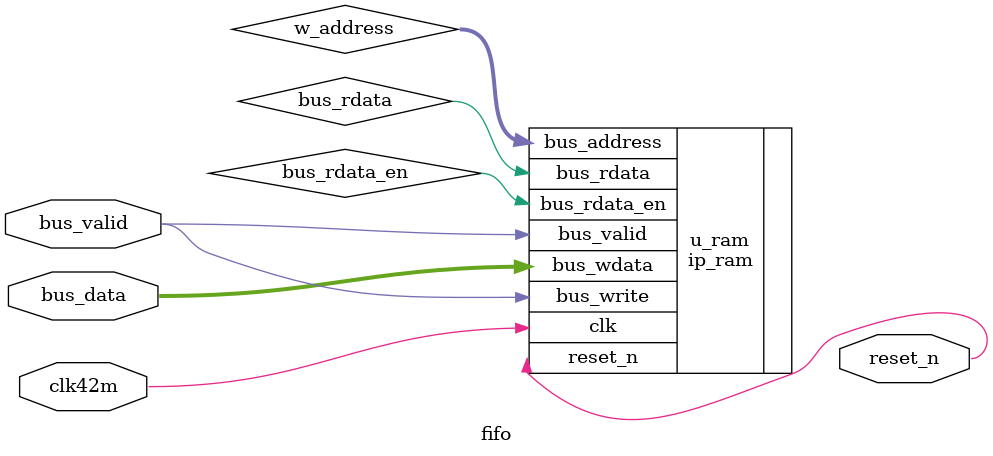
<source format=v>

module fifo(
	input			clk42m,
	output			reset_n,
	//	from MSX SLOT
	input	[27:0]	bus_data,
	input			bus_valid
	//	to SDRAM
);
	reg		[11:0]	ff_write_address;
	reg		[11:0]	ff_read_address;
	wire	[11:0]	w_address;

	ip_ram u_ram (
		.reset_n		( reset_n		),
		.clk			( clk42m		),
		.bus_address	( w_address		),
		.bus_valid		( bus_valid		),
		.bus_write		( bus_valid		),
		.bus_wdata		( bus_data		),
		.bus_rdata		( bus_rdata		),
		.bus_rdata_en	( bus_rdata_en	)
	);
endmodule

</source>
